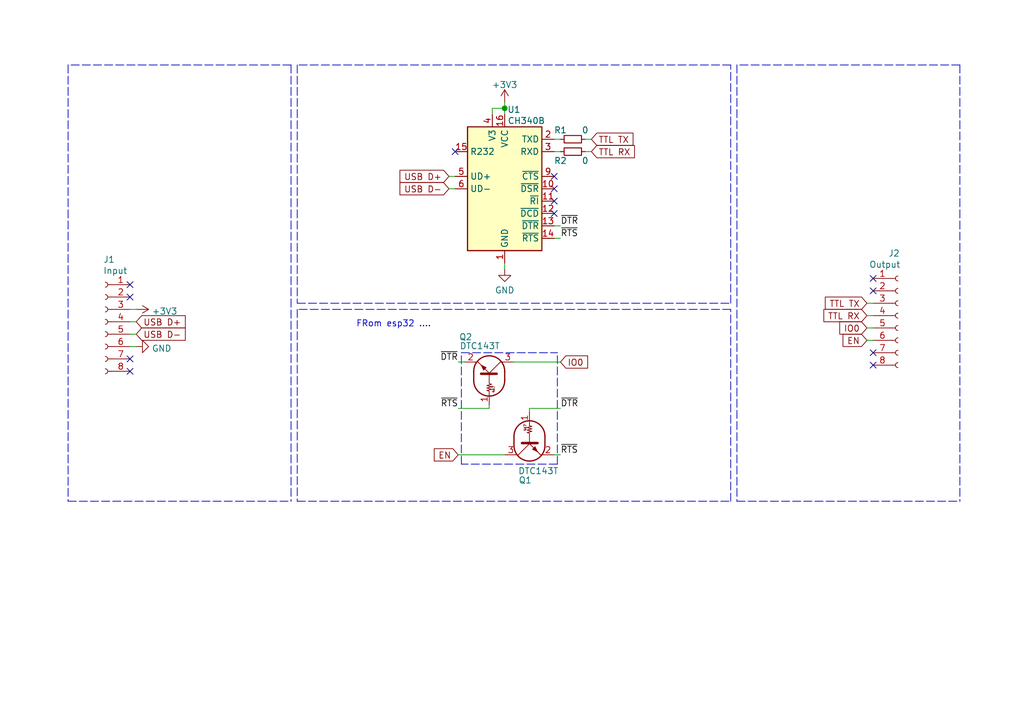
<source format=kicad_sch>
(kicad_sch (version 20210621) (generator eeschema)
  (paper "A5")
  (title_block (title "USB-TTL module") (date "2021-07-08") (rev "0.2") (company "Alex Carter"))
  (lib_symbols
    (symbol "Connector:Conn_01x08_Female" (pin_names (offset 1.016) hide)
      (property "Reference" "J" (at 0 10.16 0))
      (property "Value" "Conn_01x08_Female" (at 0 -12.7 0))
      (symbol "Conn_01x08_Female_1_1"
        (arc (start 0 -9.652) (end 0 -10.668) (radius (at 0 -10.16) (length 0.508) (angles 90.1 -90.1)) (stroke (width 0.1524)))
        (arc (start 0 -7.112) (end 0 -8.128) (radius (at 0 -7.62) (length 0.508) (angles 90.1 -90.1)) (stroke (width 0.1524)))
        (arc (start 0 -4.572) (end 0 -5.588) (radius (at 0 -5.08) (length 0.508) (angles 90.1 -90.1)) (stroke (width 0.1524)))
        (arc (start 0 -2.032) (end 0 -3.048) (radius (at 0 -2.54) (length 0.508) (angles 90.1 -90.1)) (stroke (width 0.1524)))
        (arc (start 0 0.508) (end 0 -0.508) (radius (at 0 0) (length 0.508) (angles 90.1 -90.1)) (stroke (width 0.1524)))
        (arc (start 0 3.048) (end 0 2.032) (radius (at 0 2.54) (length 0.508) (angles 90.1 -90.1)) (stroke (width 0.1524)))
        (arc (start 0 5.588) (end 0 4.572) (radius (at 0 5.08) (length 0.508) (angles 90.1 -90.1)) (stroke (width 0.1524)))
        (arc (start 0 8.128) (end 0 7.112) (radius (at 0 7.62) (length 0.508) (angles 90.1 -90.1)) (stroke (width 0.1524)))
        (polyline (pts (xy -1.27 -10.16) (xy -0.508 -10.16)) (stroke (width 0.1524)))
        (polyline (pts (xy -1.27 -7.62) (xy -0.508 -7.62)) (stroke (width 0.1524)))
        (polyline (pts (xy -1.27 -5.08) (xy -0.508 -5.08)) (stroke (width 0.1524)))
        (polyline (pts (xy -1.27 -2.54) (xy -0.508 -2.54)) (stroke (width 0.1524)))
        (polyline (pts (xy -1.27 0) (xy -0.508 0)) (stroke (width 0.1524)))
        (polyline (pts (xy -1.27 2.54) (xy -0.508 2.54)) (stroke (width 0.1524)))
        (polyline (pts (xy -1.27 5.08) (xy -0.508 5.08)) (stroke (width 0.1524)))
        (polyline (pts (xy -1.27 7.62) (xy -0.508 7.62)) (stroke (width 0.1524)))
        (pin passive line (at -5.08 7.62 0) (length 3.81) (name "Pin_1") (number "1"))
        (pin passive line (at -5.08 5.08 0) (length 3.81) (name "Pin_2") (number "2"))
        (pin passive line (at -5.08 2.54 0) (length 3.81) (name "Pin_3") (number "3"))
        (pin passive line (at -5.08 0 0) (length 3.81) (name "Pin_4") (number "4"))
        (pin passive line (at -5.08 -2.54 0) (length 3.81) (name "Pin_5") (number "5"))
        (pin passive line (at -5.08 -5.08 0) (length 3.81) (name "Pin_6") (number "6"))
        (pin passive line (at -5.08 -7.62 0) (length 3.81) (name "Pin_7") (number "7"))
        (pin passive line (at -5.08 -10.16 0) (length 3.81) (name "Pin_8") (number "8"))
      )
    )
    (symbol "Device:R_Small" (pin_numbers hide) (pin_names (offset 0.254) hide)
      (property "Reference" "R" (at 0.762 0.508 0))
      (property "Value" "R_Small" (at 0.762 -1.016 0))
      (symbol "R_Small_0_1"
        (rectangle (start -0.762 1.778) (end 0.762 -1.778) (stroke (width 0.2032)))
      )
      (symbol "R_Small_1_1"
        (pin passive line (at 0 2.54 270) (length 0.762) (name "~") (number "1"))
        (pin passive line (at 0 -2.54 90) (length 0.762) (name "~") (number "2"))
      )
    )
    (symbol "Interface_USB:CH340C"
      (property "Reference" "U" (at -5.08 13.97 0))
      (property "Value" "CH340C" (at 1.27 13.97 0))
      (symbol "CH340C_0_1"
        (rectangle (start -7.62 12.7) (end 7.62 -12.7) (stroke (width 0.254)) (fill (type background)))
      )
      (symbol "CH340C_1_1"
        (pin power_in line (at 0 -15.24 90) (length 2.54) (name "GND") (number "1"))
        (pin input line (at 10.16 0 180) (length 2.54) (name "~{DSR}") (number "10"))
        (pin input line (at 10.16 -2.54 180) (length 2.54) (name "~{RI}") (number "11"))
        (pin input line (at 10.16 -5.08 180) (length 2.54) (name "~{DCD}") (number "12"))
        (pin output line (at 10.16 -7.62 180) (length 2.54) (name "~{DTR}") (number "13"))
        (pin output line (at 10.16 -10.16 180) (length 2.54) (name "~{RTS}") (number "14"))
        (pin input line (at -10.16 7.62 0) (length 2.54) (name "R232") (number "15"))
        (pin power_in line (at 0 15.24 270) (length 2.54) (name "VCC") (number "16"))
        (pin output line (at 10.16 10.16 180) (length 2.54) (name "TXD") (number "2"))
        (pin input line (at 10.16 7.62 180) (length 2.54) (name "RXD") (number "3"))
        (pin passive line (at -2.54 15.24 270) (length 2.54) (name "V3") (number "4"))
        (pin bidirectional line (at -10.16 2.54 0) (length 2.54) (name "UD+") (number "5"))
        (pin bidirectional line (at -10.16 0 0) (length 2.54) (name "UD-") (number "6"))
        (pin no_connect line (at -7.62 -7.62 0) (length 2.54) hide (name "NC") (number "7"))
        (pin no_connect line (at -7.62 -10.16 0) (length 2.54) hide (name "NC") (number "8"))
        (pin input line (at 10.16 2.54 180) (length 2.54) (name "~{CTS}") (number "9"))
      )
    )
    (symbol "Transistor_BJT:DTC143T" (pin_names (offset 0) hide)
      (property "Reference" "Q" (at 5.08 1.905 0))
      (property "Value" "DTC143T" (at 5.08 0 0))
      (symbol "DTC143T_0_0"
        (text "4k7" (at -3.048 0.889 0) (effects (font (size 0.508 0.508))))
        (polyline (pts (xy 2.54 -2.286) (xy 2.54 -2.54)))
      )
      (symbol "DTC143T_0_1"
        (arc (start -1.27 3.175) (end -1.27 -3.175) (radius (at -1.27 0) (length 3.175) (angles 90.1 -90.1)) (stroke (width 0.254)))
        (arc (start 0.635 -3.175) (end 0.635 3.175) (radius (at 0.635 0) (length 3.175) (angles -89.9 89.9)) (stroke (width 0.254)))
        (polyline (pts (xy -3.429 0) (xy -3.81 0)))
        (polyline (pts (xy -1.27 -3.175) (xy 0.635 -3.175)) (stroke (width 0.254)))
        (polyline (pts (xy -1.27 3.175) (xy 0.635 3.175)) (stroke (width 0.254)))
        (polyline (pts (xy 0 -0.254) (xy 2.54 2.286)))
        (polyline (pts (xy 2.54 2.286) (xy 2.54 2.54)))
        (polyline (pts (xy 2.54 -2.286) (xy 0 0.254) (xy 0 0.254)))
        (polyline (pts (xy 0 0) (xy -1.905 0) (xy -2.032 0.508) (xy -2.286 -0.508) (xy -2.54 0.508) (xy -2.794 -0.508) (xy -3.048 0.508) (xy -3.302 -0.508) (xy -3.429 0)))
        (polyline (pts (xy 0.127 1.524) (xy 0.127 -1.651)) (stroke (width 0.508)) (fill (type outline)))
        (polyline (pts (xy 0.889 -1.143) (xy 1.397 -0.635) (xy 1.905 -1.651) (xy 0.889 -1.143)) (fill (type outline)))
      )
      (symbol "DTC143T_1_1"
        (pin input line (at -6.35 0 0) (length 2.54) (name "B") (number "1"))
        (pin passive line (at 2.54 -5.08 90) (length 2.54) (name "E") (number "2"))
        (pin passive line (at 2.54 5.08 270) (length 2.54) (name "C") (number "3"))
      )
    )
    (symbol "power:+3.3V" (power) (pin_names (offset 0))
      (property "Value" "+3.3V" (at 0 3.556 0))
      (symbol "+3.3V_0_1"
        (polyline (pts (xy -0.762 1.27) (xy 0 2.54)))
        (polyline (pts (xy 0 0) (xy 0 2.54)))
        (polyline (pts (xy 0 2.54) (xy 0.762 1.27)))
      )
      (symbol "+3.3V_1_1"
        (pin power_in line (at 0 0 90) (length 0) hide (name "+3V3") (number "1"))
      )
    )
    (symbol "power:GND" (power) (pin_names (offset 0))
      (property "Value" "GND" (at 0 -3.81 0))
      (symbol "GND_0_1"
        (polyline (pts (xy 0 0) (xy 0 -1.27) (xy 1.27 -1.27) (xy 0 -2.54) (xy -1.27 -1.27) (xy 0 -1.27)))
      )
      (symbol "GND_1_1"
        (pin power_in line (at 0 0 270) (length 0) hide (name "GND") (number "1"))
      )
    )
  )
  (junction (at 103.505 22.225) (diameter 1.016))
  (no_connect (at 26.67 58.42))
  (no_connect (at 26.67 60.96))
  (no_connect (at 26.67 73.66))
  (no_connect (at 26.67 76.2))
  (no_connect (at 93.345 31.115))
  (no_connect (at 113.665 36.195))
  (no_connect (at 113.665 38.735))
  (no_connect (at 113.665 41.275))
  (no_connect (at 113.665 43.815))
  (no_connect (at 179.07 57.15))
  (no_connect (at 179.07 59.69))
  (no_connect (at 179.07 72.39))
  (no_connect (at 179.07 74.93))
  (wire (pts (xy 26.67 63.5) (xy 27.94 63.5)))
  (wire (pts (xy 26.67 66.04) (xy 27.94 66.04)))
  (wire (pts (xy 26.67 68.58) (xy 27.94 68.58)))
  (wire (pts (xy 26.67 71.12) (xy 27.94 71.12)))
  (wire (pts (xy 92.075 36.195) (xy 93.345 36.195)))
  (wire (pts (xy 92.075 38.735) (xy 93.345 38.735)))
  (wire (pts (xy 93.98 74.295) (xy 95.25 74.295)))
  (wire (pts (xy 93.98 83.82) (xy 100.33 83.82)))
  (wire (pts (xy 93.98 93.345) (xy 103.505 93.345)))
  (wire (pts (xy 100.33 83.82) (xy 100.33 83.185)))
  (wire (pts (xy 100.965 22.225) (xy 103.505 22.225)))
  (wire (pts (xy 100.965 23.495) (xy 100.965 22.225)))
  (wire (pts (xy 103.505 20.955) (xy 103.505 22.225)))
  (wire (pts (xy 103.505 22.225) (xy 103.505 23.495)))
  (wire (pts (xy 103.505 53.975) (xy 103.505 55.245)))
  (wire (pts (xy 105.41 74.295) (xy 114.935 74.295)))
  (wire (pts (xy 108.585 83.82) (xy 114.935 83.82)))
  (wire (pts (xy 108.585 84.455) (xy 108.585 83.82)))
  (wire (pts (xy 113.665 28.575) (xy 114.935 28.575)))
  (wire (pts (xy 113.665 31.115) (xy 114.935 31.115)))
  (wire (pts (xy 113.665 46.355) (xy 114.935 46.355)))
  (wire (pts (xy 113.665 48.895) (xy 114.935 48.895)))
  (wire (pts (xy 113.665 93.345) (xy 114.935 93.345)))
  (wire (pts (xy 120.015 28.575) (xy 121.285 28.575)))
  (wire (pts (xy 120.015 31.115) (xy 121.285 31.115)))
  (wire (pts (xy 177.8 62.23) (xy 179.07 62.23)))
  (wire (pts (xy 177.8 64.77) (xy 179.07 64.77)))
  (wire (pts (xy 177.8 67.31) (xy 179.07 67.31)))
  (wire (pts (xy 177.8 69.85) (xy 179.07 69.85)))
  (polyline (pts (xy 13.97 13.335) (xy 13.97 102.87)) (stroke (width 0) (type dash)))
  (polyline (pts (xy 13.97 102.87) (xy 59.69 102.87)) (stroke (width 0) (type dash)))
  (polyline (pts (xy 59.69 13.335) (xy 13.97 13.335)) (stroke (width 0) (type dash)))
  (polyline (pts (xy 59.69 13.335) (xy 59.69 102.87)) (stroke (width 0) (type dash)))
  (polyline (pts (xy 60.96 13.335) (xy 60.96 62.23)) (stroke (width 0) (type dash)))
  (polyline (pts (xy 60.96 62.23) (xy 149.86 62.23)) (stroke (width 0) (type dash)))
  (polyline (pts (xy 60.96 63.5) (xy 60.96 102.87)) (stroke (width 0) (type dash)))
  (polyline (pts (xy 60.96 102.87) (xy 149.86 102.87)) (stroke (width 0) (type dash)))
  (polyline (pts (xy 94.615 72.39) (xy 114.3 72.39)) (stroke (width 0) (type dash)))
  (polyline (pts (xy 94.615 95.25) (xy 94.615 72.39)) (stroke (width 0) (type dash)))
  (polyline (pts (xy 114.3 95.25) (xy 94.615 95.25)) (stroke (width 0) (type dash)))
  (polyline (pts (xy 114.3 95.25) (xy 114.3 72.39)) (stroke (width 0) (type dash)))
  (polyline (pts (xy 149.86 13.335) (xy 60.96 13.335)) (stroke (width 0) (type dash)))
  (polyline (pts (xy 149.86 62.23) (xy 149.86 13.335)) (stroke (width 0) (type dash)))
  (polyline (pts (xy 149.86 63.5) (xy 60.96 63.5)) (stroke (width 0) (type dash)))
  (polyline (pts (xy 149.86 102.87) (xy 149.86 63.5)) (stroke (width 0) (type dash)))
  (polyline (pts (xy 151.13 13.335) (xy 151.13 102.87)) (stroke (width 0) (type dash)))
  (polyline (pts (xy 151.13 102.87) (xy 196.85 102.87)) (stroke (width 0) (type dash)))
  (polyline (pts (xy 196.85 13.335) (xy 151.13 13.335)) (stroke (width 0) (type dash)))
  (polyline (pts (xy 196.85 13.335) (xy 196.85 102.87)) (stroke (width 0) (type dash)))
  (text "FRom esp32 ....\n" (at 73.025 67.31 0) (effects (font (size 1.27 1.27)) (justify left bottom)))
  (label "~{DTR}" (at 93.98 74.295 180))
  (label "~{RTS}" (at 93.98 83.82 180))
  (label "~{DTR}" (at 114.935 46.355 0))
  (label "~{RTS}" (at 114.935 48.895 0))
  (label "~{DTR}" (at 114.935 83.82 0))
  (label "~{RTS}" (at 114.935 93.345 0))
  (global_label "USB D+" (shape input) (at 27.94 66.04 0) (property "Intersheet References" "${INTERSHEET_REFS}" (effects hide)))
  (global_label "USB D-" (shape input) (at 27.94 68.58 0) (property "Intersheet References" "${INTERSHEET_REFS}" (effects hide)))
  (global_label "USB D+" (shape input) (at 92.075 36.195 180) (property "Intersheet References" "${INTERSHEET_REFS}" (effects hide)))
  (global_label "USB D-" (shape input) (at 92.075 38.735 180) (property "Intersheet References" "${INTERSHEET_REFS}" (effects hide)))
  (global_label "EN" (shape input) (at 93.98 93.345 180) (property "Intersheet References" "${INTERSHEET_REFS}" (effects hide)))
  (global_label "IO0" (shape input) (at 114.935 74.295 0) (property "Intersheet References" "${INTERSHEET_REFS}" (effects hide)))
  (global_label "TTL TX" (shape input) (at 121.285 28.575 0) (property "Intersheet References" "${INTERSHEET_REFS}" (effects hide)))
  (global_label "TTL RX" (shape input) (at 121.285 31.115 0) (property "Intersheet References" "${INTERSHEET_REFS}" (effects hide)))
  (global_label "TTL TX" (shape input) (at 177.8 62.23 180) (property "Intersheet References" "${INTERSHEET_REFS}" (effects hide)))
  (global_label "TTL RX" (shape input) (at 177.8 64.77 180) (property "Intersheet References" "${INTERSHEET_REFS}" (effects hide)))
  (global_label "IO0" (shape input) (at 177.8 67.31 180) (property "Intersheet References" "${INTERSHEET_REFS}" (effects hide)))
  (global_label "EN" (shape input) (at 177.8 69.85 180) (property "Intersheet References" "${INTERSHEET_REFS}" (effects hide)))
  (symbol (lib_id "power:+3.3V") (at 27.94 63.5 270) (mirror x) (unit 1)
    (property "Reference" "#PWR0102" (effects hide))
    (property "Value" "+3.3V" (at 31.1151 63.8885 90) (effects (justify left)))
  )
  (symbol (lib_id "power:+3.3V") (at 103.505 20.955 0) (unit 1)
    (property "Reference" "#PWR0103" (effects hide))
    (property "Value" "+3.3V" (at 103.505 17.4076 0))
  )
  (symbol (lib_id "power:GND") (at 27.94 71.12 90) (mirror x) (unit 1)
    (property "Reference" "#PWR0101" (effects hide))
    (property "Value" "GND" (at 31.115 71.5085 90) (effects (justify right)))
  )
  (symbol (lib_id "power:GND") (at 103.505 55.245 0) (unit 1)
    (property "Reference" "#PWR0104" (effects hide))
    (property "Value" "GND" (at 103.505 59.5694 0))
  )
  (symbol (lib_id "Device:R_Small") (at 117.475 28.575 90) (unit 1)
    (property "Reference" "R1" (at 114.935 26.7039 90))
    (property "Value" "0" (at 120.015 26.7039 90))
    (property "Footprint" "Resistor_SMD:R_1206_3216Metric" (effects hide))
    (property "LCSC Part" "C19290" (effects hide))
  )
  (symbol (lib_id "Device:R_Small") (at 117.475 31.115 90) (mirror x) (unit 1)
    (property "Reference" "R2" (at 114.935 32.9861 90))
    (property "Value" "0" (at 120.015 32.9861 90))
    (property "Footprint" "Resistor_SMD:R_1206_3216Metric" (effects hide))
    (property "LCSC Part" "C19290" (effects hide))
  )
  (symbol (lib_id "Connector:Conn_01x08_Female") (at 21.59 66.04 0) (mirror y) (unit 1)
    (property "Reference" "J1" (at 22.3774 53.2596 0))
    (property "Value" "Input" (at 23.6474 55.5583 0))
    (property "Footprint" "Connector_PinSocket_2.54mm:PinSocket_1x08_P2.54mm_Vertical" (effects hide))
  )
  (symbol (lib_id "Connector:Conn_01x08_Female") (at 184.15 64.77 0) (unit 1)
    (property "Reference" "J2" (at 183.3626 51.9896 0))
    (property "Value" "Output" (at 181.4576 54.2883 0))
    (property "Footprint" "Connector_PinSocket_2.54mm:PinSocket_1x08_P2.54mm_Vertical" (effects hide))
  )
  (symbol (lib_id "Transistor_BJT:DTC143T") (at 100.33 76.835 270) (mirror x) (unit 1)
    (property "Reference" "Q2" (at 94.13 69.165 90) (effects (justify left)))
    (property "Value" "DTC143T" (at 94.2478 70.9929 90) (effects (justify left)))
    (property "Footprint" "Package_TO_SOT_SMD:SOT-323_SC-70" (effects hide))
    (property "LCSC Part" "C122986" (effects hide))
  )
  (symbol (lib_id "Transistor_BJT:DTC143T") (at 108.585 90.805 90) (mirror x) (unit 1)
    (property "Reference" "Q1" (at 109.0941 98.5521 90) (effects (justify left)))
    (property "Value" "DTC143T" (at 114.5678 96.6471 90) (effects (justify left)))
    (property "Footprint" "Package_TO_SOT_SMD:SOT-323_SC-70" (effects hide))
    (property "LCSC Part" "C122986" (effects hide))
  )
  (symbol (lib_id "Interface_USB:CH340C") (at 103.505 38.735 0) (unit 1)
    (property "Reference" "U1" (at 105.41 22.4854 0))
    (property "Value" "CH340B" (at 107.95 24.7841 0))
    (property "Footprint" "Package_SO:SOIC-16_3.9x9.9mm_P1.27mm" (effects hide))
    (property "Datasheet" "https://datasheet.lcsc.com/szlcsc/Jiangsu-Qin-Heng-CH340C_C84681.pdf" (effects hide))
    (property "LCSC Part" "C81010" (effects hide))
  )
)
</source>
